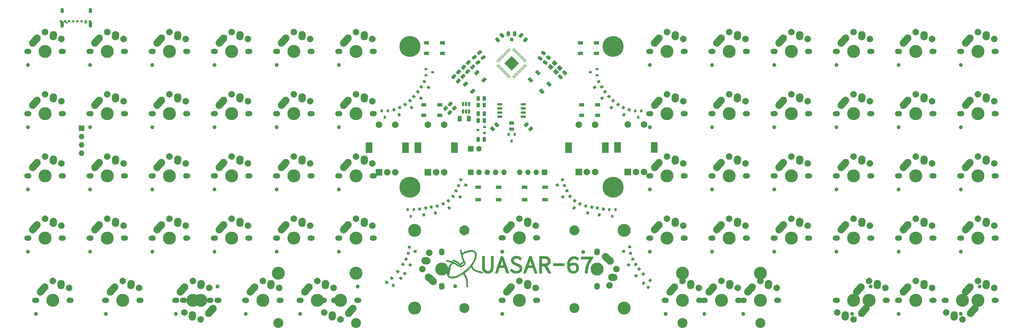
<source format=gbr>
%TF.GenerationSoftware,KiCad,Pcbnew,7.0.7*%
%TF.CreationDate,2023-09-28T00:00:25+02:00*%
%TF.ProjectId,32u4,33327534-2e6b-4696-9361-645f70636258,rev?*%
%TF.SameCoordinates,Original*%
%TF.FileFunction,Soldermask,Top*%
%TF.FilePolarity,Negative*%
%FSLAX46Y46*%
G04 Gerber Fmt 4.6, Leading zero omitted, Abs format (unit mm)*
G04 Created by KiCad (PCBNEW 7.0.7) date 2023-09-28 00:00:25*
%MOMM*%
%LPD*%
G01*
G04 APERTURE LIST*
G04 Aperture macros list*
%AMRoundRect*
0 Rectangle with rounded corners*
0 $1 Rounding radius*
0 $2 $3 $4 $5 $6 $7 $8 $9 X,Y pos of 4 corners*
0 Add a 4 corners polygon primitive as box body*
4,1,4,$2,$3,$4,$5,$6,$7,$8,$9,$2,$3,0*
0 Add four circle primitives for the rounded corners*
1,1,$1+$1,$2,$3*
1,1,$1+$1,$4,$5*
1,1,$1+$1,$6,$7*
1,1,$1+$1,$8,$9*
0 Add four rect primitives between the rounded corners*
20,1,$1+$1,$2,$3,$4,$5,0*
20,1,$1+$1,$4,$5,$6,$7,0*
20,1,$1+$1,$6,$7,$8,$9,0*
20,1,$1+$1,$8,$9,$2,$3,0*%
%AMHorizOval*
0 Thick line with rounded ends*
0 $1 width*
0 $2 $3 position (X,Y) of the first rounded end (center of the circle)*
0 $4 $5 position (X,Y) of the second rounded end (center of the circle)*
0 Add line between two ends*
20,1,$1,$2,$3,$4,$5,0*
0 Add two circle primitives to create the rounded ends*
1,1,$1,$2,$3*
1,1,$1,$4,$5*%
%AMRotRect*
0 Rectangle, with rotation*
0 The origin of the aperture is its center*
0 $1 length*
0 $2 width*
0 $3 Rotation angle, in degrees counterclockwise*
0 Add horizontal line*
21,1,$1,$2,0,0,$3*%
G04 Aperture macros list end*
%ADD10RotRect,0.900000X0.800000X250.000000*%
%ADD11RoundRect,0.250000X0.250000X0.475000X-0.250000X0.475000X-0.250000X-0.475000X0.250000X-0.475000X0*%
%ADD12RoundRect,0.250000X-0.512652X-0.159099X-0.159099X-0.512652X0.512652X0.159099X0.159099X0.512652X0*%
%ADD13R,0.900000X0.800000*%
%ADD14C,1.700000*%
%ADD15C,1.200000*%
%ADD16C,1.750000*%
%ADD17C,3.987800*%
%ADD18HorizOval,2.250000X0.019771X0.290016X-0.019771X-0.290016X0*%
%ADD19C,2.250000*%
%ADD20C,2.000000*%
%ADD21HorizOval,2.250000X0.654995X0.730004X-0.654995X-0.730004X0*%
%ADD22R,1.500000X1.000000*%
%ADD23RoundRect,0.050000X0.309359X-0.238649X-0.238649X0.309359X-0.309359X0.238649X0.238649X-0.309359X0*%
%ADD24RoundRect,0.050000X0.309359X0.238649X0.238649X0.309359X-0.309359X-0.238649X-0.238649X-0.309359X0*%
%ADD25RoundRect,0.144000X2.059095X0.000000X0.000000X2.059095X-2.059095X0.000000X0.000000X-2.059095X0*%
%ADD26RotRect,0.900000X0.800000X210.000000*%
%ADD27R,0.800000X0.900000*%
%ADD28RoundRect,0.250000X-0.159099X0.512652X-0.512652X0.159099X0.159099X-0.512652X0.512652X-0.159099X0*%
%ADD29C,0.800000*%
%ADD30C,6.400000*%
%ADD31RoundRect,0.250000X-0.503814X-0.132583X-0.132583X-0.503814X0.503814X0.132583X0.132583X0.503814X0*%
%ADD32R,1.700000X1.700000*%
%ADD33O,1.700000X1.700000*%
%ADD34RotRect,0.900000X0.800000X300.000000*%
%ADD35RoundRect,0.250000X-0.250000X-0.475000X0.250000X-0.475000X0.250000X0.475000X-0.250000X0.475000X0*%
%ADD36HorizOval,2.250000X-0.019771X-0.290016X0.019771X0.290016X0*%
%ADD37HorizOval,2.250000X-0.654995X-0.730004X0.654995X0.730004X0*%
%ADD38C,3.048000*%
%ADD39RoundRect,0.250000X0.512652X0.159099X0.159099X0.512652X-0.512652X-0.159099X-0.159099X-0.512652X0*%
%ADD40RotRect,0.900000X0.800000X310.000000*%
%ADD41RotRect,1.400000X1.200000X315.000000*%
%ADD42RotRect,0.900000X0.800000X230.000000*%
%ADD43RotRect,0.900000X0.800000X50.000000*%
%ADD44R,1.000000X1.000000*%
%ADD45RoundRect,0.250000X-0.262500X-0.450000X0.262500X-0.450000X0.262500X0.450000X-0.262500X0.450000X0*%
%ADD46R,1.700000X1.000000*%
%ADD47RotRect,0.900000X0.800000X350.000000*%
%ADD48RotRect,0.900000X0.800000X200.000000*%
%ADD49R,2.000000X2.000000*%
%ADD50R,2.000000X3.200000*%
%ADD51RotRect,0.900000X0.800000X330.000000*%
%ADD52RoundRect,0.150000X0.650000X0.150000X-0.650000X0.150000X-0.650000X-0.150000X0.650000X-0.150000X0*%
%ADD53RotRect,0.900000X0.800000X140.000000*%
%ADD54RoundRect,0.150000X-0.150000X0.512500X-0.150000X-0.512500X0.150000X-0.512500X0.150000X0.512500X0*%
%ADD55RotRect,0.900000X0.800000X220.000000*%
%ADD56RotRect,0.900000X0.800000X240.000000*%
%ADD57RotRect,0.900000X0.800000X280.000000*%
%ADD58RoundRect,0.250000X-0.475000X0.250000X-0.475000X-0.250000X0.475000X-0.250000X0.475000X0.250000X0*%
%ADD59RotRect,0.900000X0.800000X290.000000*%
%ADD60C,0.787400*%
%ADD61RotRect,0.900000X0.800000X260.000000*%
%ADD62RoundRect,0.250000X0.132583X-0.503814X0.503814X-0.132583X-0.132583X0.503814X-0.503814X0.132583X0*%
%ADD63RotRect,1.500000X1.000000X135.000000*%
%ADD64RotRect,0.900000X0.800000X190.000000*%
%ADD65HorizOval,2.250000X0.290016X-0.019771X-0.290016X0.019771X0*%
%ADD66HorizOval,2.250000X0.730004X-0.654995X-0.730004X0.654995X0*%
%ADD67RotRect,0.900000X0.800000X320.000000*%
%ADD68RotRect,1.500000X1.000000X45.000000*%
%ADD69RoundRect,0.250000X-0.375000X-0.625000X0.375000X-0.625000X0.375000X0.625000X-0.375000X0.625000X0*%
%ADD70RotRect,0.900000X0.800000X340.000000*%
%ADD71RoundRect,0.250000X0.218055X-0.473137X0.519182X-0.043082X-0.218055X0.473137X-0.519182X0.043082X0*%
%ADD72RoundRect,0.250000X0.532491X0.067661X0.245703X0.477237X-0.532491X-0.067661X-0.245703X-0.477237X0*%
%ADD73RoundRect,0.250000X-0.245703X0.477237X-0.532491X0.067661X0.245703X-0.477237X0.532491X-0.067661X0*%
%ADD74HorizOval,2.250000X-0.290016X0.019771X0.290016X-0.019771X0*%
%ADD75HorizOval,2.250000X-0.730004X0.654995X0.730004X-0.654995X0*%
%ADD76C,0.650000*%
%ADD77O,1.000000X1.600000*%
%ADD78O,1.000000X2.100000*%
G04 APERTURE END LIST*
%TO.C,G\u002A\u002A\u002A*%
G36*
X186073547Y-103744384D02*
G01*
X182570099Y-103744384D01*
X182570099Y-102931083D01*
X186073547Y-102931083D01*
X186073547Y-103744384D01*
G37*
G36*
X194894540Y-101132438D02*
G01*
X194885134Y-101264022D01*
X194848163Y-101390900D01*
X194770193Y-101539398D01*
X194637790Y-101735839D01*
X194471509Y-101961379D01*
X194001352Y-102671822D01*
X193652247Y-103393185D01*
X193420126Y-104135906D01*
X193300918Y-104910424D01*
X193295946Y-104976848D01*
X193274918Y-105254839D01*
X193251596Y-105522609D01*
X193230879Y-105724090D01*
X193230084Y-105730714D01*
X193197900Y-105996601D01*
X192763802Y-105996601D01*
X192535893Y-105993790D01*
X192405911Y-105979471D01*
X192346685Y-105944812D01*
X192331049Y-105880980D01*
X192330789Y-105855837D01*
X192344430Y-105597849D01*
X192378538Y-105258172D01*
X192427590Y-104877511D01*
X192486065Y-104496571D01*
X192548439Y-104156057D01*
X192582506Y-104000336D01*
X192698803Y-103608012D01*
X192867328Y-103164491D01*
X193068003Y-102715325D01*
X193280751Y-102306065D01*
X193449717Y-102032800D01*
X193557055Y-101870781D01*
X193627424Y-101753039D01*
X193643498Y-101715501D01*
X193584059Y-101704666D01*
X193418227Y-101695157D01*
X193164732Y-101687507D01*
X192842301Y-101682250D01*
X192469662Y-101679920D01*
X192392266Y-101679852D01*
X191141034Y-101679852D01*
X191141034Y-100866551D01*
X194894729Y-100866551D01*
X194894540Y-101132438D01*
G37*
G36*
X176900742Y-103287962D02*
G01*
X177091572Y-103832740D01*
X177268906Y-104341165D01*
X177428561Y-104801084D01*
X177566354Y-105200347D01*
X177678102Y-105526801D01*
X177759623Y-105768297D01*
X177806733Y-105912681D01*
X177816996Y-105949679D01*
X177758928Y-105972917D01*
X177607728Y-105989698D01*
X177395353Y-105996578D01*
X177381818Y-105996601D01*
X176948218Y-105996601D01*
X176679801Y-105183300D01*
X176411383Y-104370000D01*
X174885373Y-104370000D01*
X174785594Y-104635886D01*
X174718644Y-104821328D01*
X174629320Y-105078048D01*
X174534140Y-105358397D01*
X174509054Y-105433546D01*
X174332292Y-105965320D01*
X173884200Y-105983701D01*
X173665933Y-105990314D01*
X173506927Y-105990667D01*
X173438286Y-105984759D01*
X173437589Y-105983701D01*
X173458024Y-105922782D01*
X173515909Y-105755816D01*
X173607055Y-105494749D01*
X173727275Y-105151528D01*
X173872381Y-104738098D01*
X174038184Y-104266404D01*
X174220497Y-103748394D01*
X174304508Y-103509933D01*
X175187833Y-103509933D01*
X175245253Y-103532405D01*
X175397011Y-103548972D01*
X175612353Y-103556533D01*
X175651529Y-103556699D01*
X176115225Y-103556699D01*
X175888216Y-102869569D01*
X175796168Y-102604609D01*
X175714700Y-102395173D01*
X175652810Y-102262775D01*
X175619988Y-102228313D01*
X175585616Y-102302211D01*
X175524561Y-102463936D01*
X175447476Y-102681894D01*
X175365016Y-102924487D01*
X175287834Y-103160122D01*
X175226584Y-103357201D01*
X175191919Y-103484131D01*
X175187833Y-103509933D01*
X174304508Y-103509933D01*
X174365175Y-103337734D01*
X175291282Y-100710147D01*
X175637096Y-100691657D01*
X175982909Y-100673166D01*
X176900742Y-103287962D01*
G37*
G36*
X161686079Y-102599870D02*
G01*
X161691964Y-103142978D01*
X161697991Y-103575854D01*
X161705255Y-103913387D01*
X161714851Y-104170464D01*
X161727873Y-104361974D01*
X161745416Y-104502804D01*
X161768574Y-104607842D01*
X161798444Y-104691976D01*
X161836118Y-104770095D01*
X161847190Y-104791001D01*
X162028018Y-105040065D01*
X162258222Y-105185571D01*
X162556643Y-105236940D01*
X162727541Y-105231101D01*
X162950757Y-105200361D01*
X163100949Y-105139229D01*
X163229955Y-105025422D01*
X163245220Y-105008572D01*
X163378403Y-104817042D01*
X163476560Y-104603184D01*
X163484607Y-104576659D01*
X163503919Y-104442467D01*
X163520510Y-104196804D01*
X163533944Y-103853303D01*
X163543781Y-103425596D01*
X163549586Y-102927315D01*
X163551030Y-102508793D01*
X163551379Y-100678867D01*
X164437970Y-100678867D01*
X164412872Y-102633916D01*
X164403716Y-103245472D01*
X164391890Y-103746529D01*
X164374989Y-104151714D01*
X164350608Y-104475649D01*
X164316342Y-104732961D01*
X164269787Y-104938274D01*
X164208537Y-105106212D01*
X164130187Y-105251400D01*
X164032333Y-105388464D01*
X163941886Y-105498012D01*
X163681828Y-105749499D01*
X163393191Y-105914548D01*
X163044900Y-106006716D01*
X162706798Y-106036927D01*
X162447638Y-106039581D01*
X162219456Y-106029500D01*
X162065452Y-106008828D01*
X162049496Y-106004329D01*
X161657511Y-105826981D01*
X161348222Y-105574015D01*
X161115449Y-105236564D01*
X160953010Y-104805762D01*
X160857228Y-104293858D01*
X160840058Y-104080981D01*
X160826228Y-103768459D01*
X160816294Y-103381739D01*
X160810813Y-102946269D01*
X160810342Y-102487496D01*
X160812323Y-102242906D01*
X160829951Y-100710147D01*
X161248148Y-100691742D01*
X161666346Y-100673336D01*
X161686079Y-102599870D01*
G37*
G36*
X167393602Y-100944753D02*
G01*
X167480098Y-101181188D01*
X167592924Y-101495448D01*
X167726911Y-101872635D01*
X167876889Y-102297854D01*
X168037690Y-102756208D01*
X168204142Y-103232801D01*
X168371078Y-103712735D01*
X168533328Y-104181115D01*
X168685722Y-104623043D01*
X168823090Y-105023624D01*
X168940264Y-105367960D01*
X169032073Y-105641156D01*
X169093349Y-105828314D01*
X169118922Y-105914538D01*
X169119360Y-105917783D01*
X169072958Y-105964124D01*
X168925642Y-105989541D01*
X168697069Y-105996398D01*
X168274778Y-105996195D01*
X167994927Y-105183097D01*
X167715075Y-104370000D01*
X166192013Y-104370000D01*
X165919602Y-105167660D01*
X165647192Y-105965320D01*
X165224901Y-105983819D01*
X164985766Y-105987502D01*
X164851612Y-105970573D01*
X164803571Y-105930209D01*
X164802611Y-105920710D01*
X164822557Y-105850070D01*
X164878930Y-105676409D01*
X164966529Y-105414703D01*
X165080154Y-105079926D01*
X165214605Y-104687054D01*
X165364681Y-104251061D01*
X165525182Y-103786923D01*
X165624444Y-103501041D01*
X166512617Y-103501041D01*
X166553538Y-103534796D01*
X166665162Y-103551304D01*
X166870820Y-103556474D01*
X166963463Y-103556699D01*
X167217631Y-103551144D01*
X167363099Y-103532629D01*
X167415876Y-103498375D01*
X167414203Y-103478497D01*
X167383553Y-103389508D01*
X167323568Y-103209817D01*
X167243640Y-102967701D01*
X167174269Y-102756075D01*
X166963715Y-102111855D01*
X166759257Y-102721707D01*
X166669514Y-102989955D01*
X166592123Y-103222317D01*
X166537466Y-103387565D01*
X166519070Y-103444129D01*
X166512617Y-103501041D01*
X165624444Y-103501041D01*
X165690909Y-103309615D01*
X165856660Y-102834112D01*
X166017235Y-102375389D01*
X166167435Y-101948421D01*
X166302059Y-101568184D01*
X166415907Y-101249652D01*
X166503779Y-101007800D01*
X166560473Y-100857604D01*
X166563140Y-100850911D01*
X166615491Y-100749926D01*
X166692934Y-100698687D01*
X166833971Y-100680644D01*
X166963401Y-100678867D01*
X167294725Y-100678867D01*
X167393602Y-100944753D01*
G37*
G36*
X179535862Y-100714074D02*
G01*
X179946008Y-100716717D01*
X180253586Y-100722884D01*
X180481143Y-100734840D01*
X180651228Y-100754848D01*
X180786390Y-100785172D01*
X180909176Y-100828076D01*
X180983064Y-100859378D01*
X181348039Y-101073376D01*
X181609054Y-101351624D01*
X181770474Y-101701181D01*
X181836666Y-102129107D01*
X181838871Y-102243084D01*
X181812108Y-102588510D01*
X181728415Y-102861864D01*
X181707927Y-102904248D01*
X181592303Y-103084095D01*
X181433627Y-103273224D01*
X181260181Y-103443922D01*
X181100246Y-103568473D01*
X180982104Y-103619161D01*
X180978290Y-103619261D01*
X180871927Y-103657348D01*
X180849763Y-103681648D01*
X180868434Y-103752125D01*
X180942972Y-103912390D01*
X181064352Y-104145249D01*
X181223552Y-104433508D01*
X181411550Y-104759972D01*
X181448893Y-104823397D01*
X181644681Y-105154892D01*
X181818802Y-105449891D01*
X181961199Y-105691341D01*
X182061816Y-105862190D01*
X182110597Y-105945384D01*
X182113066Y-105949679D01*
X182068425Y-105971464D01*
X181926369Y-105987871D01*
X181714581Y-105996127D01*
X181644666Y-105996601D01*
X181149781Y-105996601D01*
X180509108Y-104901773D01*
X179868436Y-103806945D01*
X179254335Y-103806945D01*
X179254335Y-105996601D01*
X178845721Y-105996601D01*
X178582027Y-105984076D01*
X178435580Y-105946944D01*
X178407075Y-105918338D01*
X178400969Y-105840632D01*
X178396065Y-105651426D01*
X178392432Y-105364337D01*
X178390142Y-104992983D01*
X178389265Y-104550980D01*
X178389871Y-104051947D01*
X178392031Y-103509501D01*
X178393398Y-103275111D01*
X178404860Y-101477614D01*
X179254335Y-101477614D01*
X179254335Y-102993645D01*
X179739187Y-102993296D01*
X180008232Y-102984953D01*
X180258910Y-102963334D01*
X180439554Y-102932997D01*
X180447651Y-102930830D01*
X180713153Y-102799156D01*
X180895163Y-102588181D01*
X180981768Y-102321228D01*
X180961056Y-102021621D01*
X180943210Y-101960508D01*
X180857481Y-101788346D01*
X180719204Y-101664175D01*
X180509957Y-101580199D01*
X180211316Y-101528624D01*
X179864310Y-101504040D01*
X179254335Y-101477614D01*
X178404860Y-101477614D01*
X178409754Y-100710147D01*
X179535862Y-100714074D01*
G37*
G36*
X171679409Y-100652284D02*
G01*
X172063780Y-100722300D01*
X172310000Y-100811509D01*
X172551675Y-100944708D01*
X172790873Y-101104827D01*
X172902116Y-101193446D01*
X173150144Y-101411461D01*
X172604700Y-102062933D01*
X172379148Y-101842794D01*
X172089417Y-101629739D01*
X171746493Y-101484597D01*
X171403339Y-101429632D01*
X171396258Y-101429606D01*
X171175066Y-101457589D01*
X170943776Y-101529732D01*
X170745910Y-101628329D01*
X170624993Y-101735672D01*
X170619012Y-101745824D01*
X170562927Y-101956892D01*
X170581790Y-102189461D01*
X170648425Y-102343771D01*
X170735348Y-102413702D01*
X170914789Y-102520674D01*
X171164240Y-102652491D01*
X171461193Y-102796953D01*
X171615817Y-102868028D01*
X171942359Y-103020877D01*
X172246483Y-103173434D01*
X172500979Y-103311325D01*
X172678636Y-103420176D01*
X172722417Y-103452634D01*
X172979523Y-103742741D01*
X173134086Y-104103087D01*
X173184488Y-104512773D01*
X173137912Y-104938282D01*
X172990734Y-105295362D01*
X172737057Y-105593419D01*
X172370982Y-105841860D01*
X172341281Y-105857488D01*
X172020184Y-105972916D01*
X171627032Y-106037402D01*
X171204946Y-106048892D01*
X170797048Y-106005330D01*
X170548869Y-105942911D01*
X170296410Y-105838827D01*
X170033476Y-105696123D01*
X169784707Y-105532614D01*
X169574742Y-105366117D01*
X169428218Y-105214446D01*
X169369775Y-105095418D01*
X169369606Y-105090211D01*
X169411302Y-105012751D01*
X169519453Y-104881743D01*
X169638669Y-104757602D01*
X169907731Y-104493537D01*
X170092240Y-104687596D01*
X170417051Y-104952620D01*
X170797417Y-105138746D01*
X171202191Y-105237023D01*
X171600227Y-105238498D01*
X171829690Y-105186963D01*
X172055879Y-105066319D01*
X172240492Y-104884424D01*
X172352742Y-104676964D01*
X172372562Y-104557684D01*
X172345866Y-104396101D01*
X172257293Y-104245906D01*
X172094109Y-104096815D01*
X171843584Y-103938543D01*
X171492986Y-103760806D01*
X171246869Y-103648348D01*
X170926271Y-103498139D01*
X170624259Y-103343036D01*
X170371073Y-103199475D01*
X170196949Y-103083893D01*
X170173381Y-103064820D01*
X169903180Y-102761422D01*
X169742072Y-102421441D01*
X169686906Y-102063587D01*
X169734531Y-101706569D01*
X169881795Y-101369096D01*
X170125549Y-101069876D01*
X170462641Y-100827618D01*
X170558276Y-100779474D01*
X170881456Y-100680044D01*
X171270234Y-100637923D01*
X171679409Y-100652284D01*
G37*
G36*
X189043906Y-100775348D02*
G01*
X189487965Y-100810453D01*
X189858772Y-100919154D01*
X190192465Y-101114308D01*
X190345351Y-101238316D01*
X190575576Y-101440456D01*
X190058938Y-102040236D01*
X189786972Y-101832639D01*
X189449484Y-101644350D01*
X189098492Y-101570037D01*
X188753365Y-101602948D01*
X188433473Y-101736333D01*
X188158187Y-101963440D01*
X187946878Y-102277518D01*
X187858938Y-102504633D01*
X187790683Y-102746859D01*
X187769476Y-102886102D01*
X187804182Y-102938535D01*
X187903664Y-102920329D01*
X188052781Y-102858297D01*
X188474031Y-102728994D01*
X188920089Y-102691368D01*
X189357791Y-102742959D01*
X189753971Y-102881306D01*
X189949858Y-102999022D01*
X190143582Y-103182230D01*
X190321357Y-103422834D01*
X190370353Y-103509192D01*
X190462071Y-103707917D01*
X190514201Y-103893635D01*
X190537035Y-104116336D01*
X190541126Y-104338719D01*
X190496889Y-104809514D01*
X190359493Y-105200612D01*
X190122920Y-105522106D01*
X189781153Y-105784086D01*
X189630438Y-105866158D01*
X189183274Y-106021758D01*
X188714015Y-106060053D01*
X188246866Y-105979980D01*
X188111296Y-105932930D01*
X187875235Y-105811967D01*
X187639633Y-105647354D01*
X187558581Y-105576127D01*
X187281023Y-105247069D01*
X187081637Y-104865058D01*
X186954842Y-104413531D01*
X186908044Y-103992727D01*
X187710992Y-103992727D01*
X187789283Y-104329525D01*
X187915642Y-104704498D01*
X188103121Y-104978930D01*
X188364316Y-105167612D01*
X188572356Y-105249101D01*
X188732460Y-105291402D01*
X188857032Y-105296592D01*
X189012765Y-105264250D01*
X189080059Y-105245909D01*
X189271476Y-105157925D01*
X189457678Y-105020407D01*
X189486709Y-104991903D01*
X189582542Y-104881335D01*
X189637797Y-104773540D01*
X189663494Y-104629265D01*
X189670653Y-104409255D01*
X189670837Y-104336033D01*
X189666463Y-104089571D01*
X189646546Y-103930204D01*
X189600899Y-103820018D01*
X189519332Y-103721097D01*
X189500441Y-103701955D01*
X189378852Y-103601862D01*
X189237249Y-103544161D01*
X189031241Y-103513576D01*
X188931529Y-103506183D01*
X188638038Y-103506814D01*
X188390105Y-103560802D01*
X188142823Y-103683011D01*
X187908895Y-103844660D01*
X187710992Y-103992727D01*
X186908044Y-103992727D01*
X186895054Y-103875925D01*
X186888515Y-103587980D01*
X186928277Y-102905903D01*
X187047757Y-102319070D01*
X187247880Y-101825525D01*
X187529574Y-101423312D01*
X187893764Y-101110476D01*
X188124650Y-100978218D01*
X188360171Y-100870106D01*
X188553613Y-100808356D01*
X188760070Y-100780808D01*
X189034639Y-100775303D01*
X189043906Y-100775348D01*
G37*
G36*
X154407907Y-98733822D02*
G01*
X154461040Y-98783109D01*
X154532094Y-98902307D01*
X154604920Y-99100963D01*
X154660451Y-99321228D01*
X154744477Y-99743964D01*
X155005301Y-99591111D01*
X155458169Y-99357388D01*
X155954805Y-99155271D01*
X156465429Y-98993072D01*
X156960256Y-98879104D01*
X157409505Y-98821680D01*
X157749548Y-98825142D01*
X158218885Y-98922511D01*
X158600151Y-99103301D01*
X158892727Y-99361449D01*
X159095995Y-99690888D01*
X159209337Y-100085555D01*
X159232134Y-100539384D01*
X159163769Y-101046312D01*
X159003622Y-101600273D01*
X158751076Y-102195203D01*
X158405513Y-102825038D01*
X158191528Y-103160332D01*
X157850267Y-103671108D01*
X157988421Y-103942352D01*
X158171028Y-104260084D01*
X158373742Y-104519570D01*
X158614419Y-104731648D01*
X158910917Y-104907152D01*
X159281092Y-105056919D01*
X159742800Y-105191785D01*
X160235616Y-105306022D01*
X160521942Y-105372576D01*
X160774387Y-105441011D01*
X160960090Y-105501885D01*
X161033276Y-105535255D01*
X161150864Y-105665368D01*
X161160526Y-105816266D01*
X161076773Y-105936881D01*
X161018424Y-105964954D01*
X160921784Y-105971841D01*
X160767575Y-105955151D01*
X160536516Y-105912494D01*
X160209329Y-105841480D01*
X160091428Y-105814719D01*
X159454007Y-105649229D01*
X158926700Y-105465769D01*
X158494864Y-105255909D01*
X158143853Y-105011216D01*
X157859023Y-104723261D01*
X157635858Y-104401033D01*
X157470159Y-104118290D01*
X157071793Y-104548562D01*
X156926692Y-104696584D01*
X156728053Y-104887540D01*
X156496402Y-105103017D01*
X156252263Y-105324604D01*
X156016163Y-105533890D01*
X155808626Y-105712465D01*
X155650179Y-105841917D01*
X155561347Y-105903835D01*
X155560379Y-105904277D01*
X155581425Y-105959132D01*
X155649164Y-106104934D01*
X155753719Y-106321025D01*
X155885209Y-106586748D01*
X155920608Y-106657469D01*
X156158563Y-107160929D01*
X156330173Y-107603966D01*
X156444867Y-108025727D01*
X156512076Y-108465357D01*
X156541229Y-108962003D01*
X156544483Y-109247298D01*
X156539136Y-109657239D01*
X156522856Y-109946942D01*
X156495284Y-110120842D01*
X156469409Y-110175714D01*
X156352437Y-110236084D01*
X156210684Y-110246324D01*
X156101126Y-110206886D01*
X156077357Y-110172586D01*
X156066694Y-110085118D01*
X156054247Y-109896648D01*
X156041280Y-109631259D01*
X156029055Y-109313036D01*
X156024041Y-109155960D01*
X156001270Y-108654931D01*
X155965612Y-108265891D01*
X155915731Y-107976239D01*
X155887812Y-107873448D01*
X155803234Y-107641108D01*
X155682899Y-107356473D01*
X155543247Y-107053943D01*
X155400716Y-106767918D01*
X155271747Y-106532800D01*
X155179717Y-106391681D01*
X155074286Y-106256256D01*
X154573793Y-106563130D01*
X153850434Y-106959204D01*
X153142082Y-107253298D01*
X152460245Y-107441535D01*
X151816431Y-107520037D01*
X151727241Y-107522078D01*
X151434256Y-107518220D01*
X151217046Y-107494097D01*
X151026786Y-107440881D01*
X150840077Y-107361673D01*
X150489151Y-107135915D01*
X150231647Y-106833573D01*
X150067873Y-106461649D01*
X150051162Y-106357520D01*
X150601133Y-106357520D01*
X150638776Y-106451804D01*
X150729664Y-106590167D01*
X150840731Y-106726096D01*
X150911070Y-106793528D01*
X151157374Y-106918533D01*
X151493414Y-106980214D01*
X151900461Y-106977628D01*
X152359787Y-106909835D01*
X152514894Y-106874180D01*
X153167301Y-106659954D01*
X153844792Y-106343149D01*
X154532245Y-105937641D01*
X155214540Y-105457307D01*
X155876557Y-104916025D01*
X156503176Y-104327670D01*
X157079275Y-103706120D01*
X157589735Y-103065252D01*
X158019435Y-102418943D01*
X158353255Y-101781069D01*
X158515018Y-101367507D01*
X158628745Y-100935383D01*
X158679104Y-100527719D01*
X158665259Y-100170203D01*
X158586372Y-99888523D01*
X158564572Y-99846760D01*
X158359386Y-99609907D01*
X158068325Y-99454847D01*
X157699995Y-99381340D01*
X157263001Y-99389147D01*
X156765950Y-99478029D01*
X156217446Y-99647747D01*
X155626095Y-99898061D01*
X155559138Y-99930340D01*
X155258548Y-100083038D01*
X155060682Y-100199452D01*
X154951731Y-100288867D01*
X154917888Y-100360568D01*
X154917882Y-100361528D01*
X154941510Y-100509401D01*
X155005712Y-100743360D01*
X155100464Y-101035052D01*
X155215744Y-101356126D01*
X155341529Y-101678230D01*
X155467794Y-101973012D01*
X155545492Y-102136772D01*
X155657765Y-102374130D01*
X155743594Y-102580417D01*
X155789538Y-102722284D01*
X155793744Y-102752652D01*
X155739102Y-103007762D01*
X155590974Y-103283910D01*
X155373055Y-103558272D01*
X155109041Y-103808019D01*
X154822627Y-104010325D01*
X154537508Y-104142364D01*
X154309678Y-104182315D01*
X154182184Y-104150476D01*
X153974544Y-104062678D01*
X153711943Y-103930500D01*
X153478657Y-103800259D01*
X153163081Y-103619998D01*
X153159381Y-103617946D01*
X154302366Y-103617946D01*
X154315192Y-103683947D01*
X154421775Y-103670997D01*
X154617499Y-103574065D01*
X154768383Y-103478497D01*
X154935195Y-103348244D01*
X155097617Y-103191949D01*
X155233254Y-103035642D01*
X155319712Y-102905354D01*
X155334597Y-102827116D01*
X155331767Y-102823622D01*
X155248868Y-102821319D01*
X155100626Y-102884165D01*
X154916000Y-102995076D01*
X154723951Y-103136965D01*
X154576449Y-103269224D01*
X154387913Y-103478027D01*
X154302366Y-103617946D01*
X153159381Y-103617946D01*
X152829412Y-103434933D01*
X152523784Y-103270396D01*
X152346785Y-103178756D01*
X151871501Y-102939309D01*
X151447712Y-103576452D01*
X151270913Y-103846414D01*
X151158805Y-104030710D01*
X151103743Y-104145766D01*
X151098077Y-104208009D01*
X151134161Y-104233863D01*
X151140976Y-104235309D01*
X151245414Y-104266495D01*
X151295814Y-104326351D01*
X151292939Y-104437623D01*
X151237553Y-104623055D01*
X151160850Y-104827473D01*
X150993766Y-105312031D01*
X150903625Y-105706014D01*
X150890990Y-106006546D01*
X150909884Y-106107578D01*
X150935472Y-106294254D01*
X150892738Y-106402772D01*
X150792082Y-106417133D01*
X150728165Y-106387080D01*
X150632328Y-106344667D01*
X150601133Y-106357520D01*
X150051162Y-106357520D01*
X150013319Y-106121724D01*
X150548450Y-106121724D01*
X150558281Y-106210538D01*
X150580005Y-106199926D01*
X150588268Y-106071841D01*
X150580005Y-106043522D01*
X150557170Y-106035663D01*
X150548450Y-106121724D01*
X150013319Y-106121724D01*
X149998139Y-106027141D01*
X150016956Y-105652512D01*
X150550768Y-105652512D01*
X150557530Y-105759356D01*
X150577115Y-105768763D01*
X150579608Y-105763185D01*
X150591984Y-105638989D01*
X150581926Y-105575501D01*
X150562012Y-105549988D01*
X150551180Y-105633084D01*
X150550768Y-105652512D01*
X150016956Y-105652512D01*
X150022755Y-105537049D01*
X150067606Y-105334491D01*
X150606072Y-105334491D01*
X150617574Y-105415634D01*
X150638931Y-105416603D01*
X150653865Y-105332871D01*
X150643870Y-105296693D01*
X150616090Y-105272996D01*
X150606072Y-105334491D01*
X150067606Y-105334491D01*
X150114935Y-105120739D01*
X150663695Y-105120739D01*
X150686585Y-105172234D01*
X150705402Y-105162446D01*
X150712890Y-105088200D01*
X150705402Y-105079031D01*
X150668210Y-105087619D01*
X150663695Y-105120739D01*
X150114935Y-105120739D01*
X150142030Y-104998373D01*
X150166147Y-104933054D01*
X150726256Y-104933054D01*
X150749146Y-104984549D01*
X150767964Y-104974762D01*
X150775451Y-104900516D01*
X150767964Y-104891346D01*
X150730771Y-104899934D01*
X150726256Y-104933054D01*
X150166147Y-104933054D01*
X150223895Y-104776650D01*
X150790734Y-104776650D01*
X150816550Y-104787841D01*
X150851379Y-104745369D01*
X150904318Y-104631318D01*
X150912025Y-104588965D01*
X150886209Y-104577774D01*
X150851379Y-104620246D01*
X150798441Y-104734297D01*
X150790734Y-104776650D01*
X150223895Y-104776650D01*
X150339390Y-104463842D01*
X150913941Y-104463842D01*
X150945222Y-104495123D01*
X150976502Y-104463842D01*
X150945222Y-104432561D01*
X150913941Y-104463842D01*
X150339390Y-104463842D01*
X150356274Y-104418112D01*
X150396241Y-104338719D01*
X150976502Y-104338719D01*
X151007783Y-104370000D01*
X151039064Y-104338719D01*
X151007783Y-104307438D01*
X150976502Y-104338719D01*
X150396241Y-104338719D01*
X150665795Y-103803266D01*
X150681529Y-103775665D01*
X150836488Y-103515842D01*
X151003570Y-103252241D01*
X151147118Y-103041080D01*
X151149614Y-103037626D01*
X151261370Y-102875368D01*
X151330924Y-102758860D01*
X151343718Y-102718240D01*
X151234946Y-102665506D01*
X151040585Y-102602735D01*
X150798591Y-102539716D01*
X150546919Y-102486238D01*
X150323522Y-102452091D01*
X150304131Y-102450109D01*
X150034514Y-102408871D01*
X149872308Y-102340791D01*
X149800754Y-102234448D01*
X149798670Y-102105586D01*
X149817540Y-102032026D01*
X149866523Y-101988946D01*
X149973089Y-101968266D01*
X150164706Y-101961907D01*
X150288325Y-101961566D01*
X150792476Y-102004017D01*
X151226749Y-102113967D01*
X151453571Y-102198970D01*
X151756682Y-102328592D01*
X152108970Y-102489581D01*
X152483323Y-102668683D01*
X152852630Y-102852646D01*
X153189778Y-103028218D01*
X153467656Y-103182145D01*
X153659152Y-103301175D01*
X153667434Y-103307011D01*
X153804501Y-103392965D01*
X153882031Y-103402248D01*
X153921761Y-103362240D01*
X153931090Y-103288432D01*
X153838229Y-103253280D01*
X153705752Y-103199135D01*
X153542622Y-103090490D01*
X153492512Y-103049028D01*
X153318061Y-102922096D01*
X153063796Y-102768952D01*
X152766439Y-102608929D01*
X152462716Y-102461359D01*
X152189351Y-102345574D01*
X152087842Y-102309580D01*
X151898375Y-102233132D01*
X151811054Y-102145166D01*
X151804130Y-102016668D01*
X151818339Y-101950041D01*
X151854321Y-101851791D01*
X151921685Y-101811243D01*
X152059217Y-101812640D01*
X152136617Y-101820742D01*
X152363491Y-101872061D01*
X152638964Y-101973463D01*
X152941176Y-102112147D01*
X153248269Y-102275316D01*
X153538384Y-102450170D01*
X153789662Y-102623910D01*
X153980243Y-102783738D01*
X154088269Y-102916853D01*
X154104581Y-102973037D01*
X154145114Y-102988787D01*
X154260680Y-102917335D01*
X154424937Y-102779775D01*
X154610303Y-102626841D01*
X154781189Y-102509070D01*
X154894148Y-102454387D01*
X155007412Y-102414531D01*
X155043005Y-102384644D01*
X155021194Y-102316335D01*
X154962500Y-102158766D01*
X154877032Y-101938638D01*
X154815469Y-101783554D01*
X154718647Y-101516996D01*
X154608821Y-101174918D01*
X154493426Y-100785059D01*
X154379898Y-100375159D01*
X154275674Y-99972955D01*
X154188189Y-99606188D01*
X154124879Y-99302595D01*
X154093180Y-99089915D01*
X154093082Y-99088755D01*
X154097183Y-98909715D01*
X154159655Y-98799171D01*
X154209478Y-98759870D01*
X154321520Y-98702360D01*
X154407907Y-98733822D01*
G37*
%TD*%
D10*
%TO.C,D1819*%
X205884728Y-55885227D03*
X204099312Y-55235388D03*
X204307980Y-57439693D03*
%TD*%
D11*
%TO.C,C4*%
X161550000Y-59190000D03*
X159650000Y-59190000D03*
%TD*%
D12*
%TO.C,C8*%
X172818249Y-33118249D03*
X174161751Y-34461751D03*
%TD*%
D13*
%TO.C,D407*%
X143670000Y-43430000D03*
X143670000Y-45330000D03*
X145670000Y-44380000D03*
%TD*%
D14*
%TO.C,SW14*%
X97700000Y-57050000D03*
D15*
X97980000Y-61250000D03*
D16*
X98120000Y-57050000D03*
D17*
X103200000Y-57050000D03*
D16*
X108280000Y-57050000D03*
D14*
X108700000Y-57050000D03*
D18*
X105719771Y-52259984D03*
D19*
X105740000Y-51970000D03*
D20*
X108200000Y-53250000D03*
D21*
X100044995Y-53779996D03*
D19*
X100700000Y-53050000D03*
D20*
X103200000Y-51150000D03*
%TD*%
D14*
%TO.C,SW35*%
X116750000Y-95150000D03*
D15*
X117030000Y-99350000D03*
D16*
X117170000Y-95150000D03*
D17*
X122250000Y-95150000D03*
D16*
X127330000Y-95150000D03*
D14*
X127750000Y-95150000D03*
D18*
X124769771Y-90359984D03*
D19*
X124790000Y-90070000D03*
D20*
X127250000Y-91350000D03*
D21*
X119094995Y-91879996D03*
D19*
X119750000Y-91150000D03*
D20*
X122250000Y-89250000D03*
%TD*%
D14*
%TO.C,SW15*%
X116750000Y-57050000D03*
D15*
X117030000Y-61250000D03*
D16*
X117170000Y-57050000D03*
D17*
X122250000Y-57050000D03*
D16*
X127330000Y-57050000D03*
D14*
X127750000Y-57050000D03*
D18*
X124769771Y-52259984D03*
D19*
X124790000Y-51970000D03*
D20*
X127250000Y-53250000D03*
D21*
X119094995Y-53779996D03*
D19*
X119750000Y-53050000D03*
D20*
X122250000Y-51150000D03*
%TD*%
D22*
%TO.C,DLED2*%
X190960000Y-35450000D03*
X190960000Y-38650000D03*
X195860000Y-38650000D03*
X195860000Y-35450000D03*
%TD*%
D14*
%TO.C,SW31*%
X40550000Y-95150000D03*
D15*
X40830000Y-99350000D03*
D16*
X40970000Y-95150000D03*
D17*
X46050000Y-95150000D03*
D16*
X51130000Y-95150000D03*
D14*
X51550000Y-95150000D03*
D18*
X48569771Y-90359984D03*
D19*
X48590000Y-90070000D03*
D20*
X51050000Y-91350000D03*
D21*
X42894995Y-91879996D03*
D19*
X43550000Y-91150000D03*
D20*
X46050000Y-89250000D03*
%TD*%
D23*
%TO.C,U3*%
X170482202Y-45917596D03*
X170765045Y-45634753D03*
X171047887Y-45351911D03*
X171330730Y-45069068D03*
X171613573Y-44786225D03*
X171896415Y-44503383D03*
X172179258Y-44220540D03*
X172462101Y-43937697D03*
X172744944Y-43654854D03*
X173027786Y-43372012D03*
X173310629Y-43089169D03*
X173593472Y-42806326D03*
X173876314Y-42523484D03*
X174159157Y-42240641D03*
D24*
X174159157Y-41056237D03*
X173876314Y-40773394D03*
X173593472Y-40490552D03*
X173310629Y-40207709D03*
X173027786Y-39924866D03*
X172744944Y-39642024D03*
X172462101Y-39359181D03*
X172179258Y-39076338D03*
X171896415Y-38793495D03*
X171613573Y-38510653D03*
X171330730Y-38227810D03*
X171047887Y-37944967D03*
X170765045Y-37662125D03*
X170482202Y-37379282D03*
D23*
X169297798Y-37379282D03*
X169014955Y-37662125D03*
X168732113Y-37944967D03*
X168449270Y-38227810D03*
X168166427Y-38510653D03*
X167883585Y-38793495D03*
X167600742Y-39076338D03*
X167317899Y-39359181D03*
X167035056Y-39642024D03*
X166752214Y-39924866D03*
X166469371Y-40207709D03*
X166186528Y-40490552D03*
X165903686Y-40773394D03*
X165620843Y-41056237D03*
D24*
X165620843Y-42240641D03*
X165903686Y-42523484D03*
X166186528Y-42806326D03*
X166469371Y-43089169D03*
X166752214Y-43372012D03*
X167035056Y-43654854D03*
X167317899Y-43937697D03*
X167600742Y-44220540D03*
X167883585Y-44503383D03*
X168166427Y-44786225D03*
X168449270Y-45069068D03*
X168732113Y-45351911D03*
X169014955Y-45634753D03*
X169297798Y-45917596D03*
D25*
X169890000Y-41648439D03*
%TD*%
D14*
%TO.C,SW25*%
X116750000Y-76100000D03*
D15*
X117030000Y-80300000D03*
D16*
X117170000Y-76100000D03*
D17*
X122250000Y-76100000D03*
D16*
X127330000Y-76100000D03*
D14*
X127750000Y-76100000D03*
D18*
X124769771Y-71309984D03*
D19*
X124790000Y-71020000D03*
D20*
X127250000Y-72300000D03*
D21*
X119094995Y-72829996D03*
D19*
X119750000Y-72100000D03*
D20*
X122250000Y-70200000D03*
%TD*%
D26*
%TO.C,D2*%
X207951025Y-103252724D03*
X207001025Y-101607276D03*
X205743975Y-103430000D03*
%TD*%
D27*
%TO.C,D3435*%
X139960000Y-86470000D03*
X138060000Y-86470000D03*
X139010000Y-88470000D03*
%TD*%
%TO.C,D1617*%
X209640000Y-56210000D03*
X207740000Y-56210000D03*
X208690000Y-58210000D03*
%TD*%
D28*
%TO.C,C2*%
X186151751Y-44518249D03*
X184808249Y-45861751D03*
%TD*%
D14*
%TO.C,SW1.1*%
X40550000Y-57050000D03*
D15*
X40830000Y-61250000D03*
D16*
X40970000Y-57050000D03*
D17*
X46050000Y-57050000D03*
D16*
X51130000Y-57050000D03*
D14*
X51550000Y-57050000D03*
D18*
X48569771Y-52259984D03*
D19*
X48590000Y-51970000D03*
D20*
X51050000Y-53250000D03*
D21*
X42894995Y-53779996D03*
D19*
X43550000Y-53050000D03*
D20*
X46050000Y-51150000D03*
%TD*%
D29*
%TO.C,REF\u002A\u002A*%
X136330000Y-79610000D03*
X137032944Y-77912944D03*
X137032944Y-81307056D03*
X138730000Y-77210000D03*
D30*
X138730000Y-79610000D03*
D29*
X138730000Y-82010000D03*
X140427056Y-77912944D03*
X140427056Y-81307056D03*
X141130000Y-79610000D03*
%TD*%
D31*
%TO.C,R7*%
X151074765Y-54104765D03*
X152365235Y-55395235D03*
%TD*%
D32*
%TO.C,J1*%
X157370000Y-75055000D03*
D33*
X159910000Y-75055000D03*
X162450000Y-75055000D03*
X164990000Y-75055000D03*
X167530000Y-75055000D03*
%TD*%
D14*
%TO.C,SW47*%
X216762500Y-114200000D03*
D15*
X217042500Y-118400000D03*
D16*
X217182500Y-114200000D03*
D17*
X222262500Y-114200000D03*
D16*
X227342500Y-114200000D03*
D14*
X227762500Y-114200000D03*
D18*
X224782271Y-109409984D03*
D19*
X224802500Y-109120000D03*
D20*
X227262500Y-110400000D03*
D21*
X219107495Y-110929996D03*
D19*
X219762500Y-110200000D03*
D20*
X222262500Y-108300000D03*
%TD*%
D34*
%TO.C,D2021*%
X150552724Y-83778975D03*
X148907276Y-84728975D03*
X150730000Y-85986025D03*
%TD*%
D14*
%TO.C,SW2*%
X59600000Y-38000000D03*
D15*
X59880000Y-42200000D03*
D16*
X60020000Y-38000000D03*
D17*
X65100000Y-38000000D03*
D16*
X70180000Y-38000000D03*
D14*
X70600000Y-38000000D03*
D18*
X67619771Y-33209984D03*
D19*
X67640000Y-32920000D03*
D20*
X70100000Y-34200000D03*
D21*
X61944995Y-34729996D03*
D19*
X62600000Y-34000000D03*
D20*
X65100000Y-32100000D03*
%TD*%
D35*
%TO.C,C7*%
X168920000Y-32620000D03*
X170820000Y-32620000D03*
%TD*%
D14*
%TO.C,SW12*%
X80125000Y-114200000D03*
D15*
X79845000Y-110000000D03*
D16*
X79705000Y-114200000D03*
D17*
X74625000Y-114200000D03*
D16*
X69545000Y-114200000D03*
D14*
X69125000Y-114200000D03*
D36*
X72105229Y-118990016D03*
D19*
X72085000Y-119280000D03*
D20*
X69625000Y-118000000D03*
D37*
X77780005Y-117470004D03*
D19*
X77125000Y-118200000D03*
D20*
X74625000Y-120100000D03*
%TD*%
D38*
%TO.C,REF\u002A\u002A*%
X246068750Y-121185000D03*
D17*
X246068750Y-105945000D03*
D38*
X222268750Y-121185000D03*
D17*
X222268750Y-105945000D03*
%TD*%
D39*
%TO.C,C9*%
X153571751Y-47081751D03*
X152228249Y-45738249D03*
%TD*%
D14*
%TO.C,SW48*%
X88175000Y-114200000D03*
D15*
X88455000Y-118400000D03*
D16*
X88595000Y-114200000D03*
D17*
X93675000Y-114200000D03*
D16*
X98755000Y-114200000D03*
D14*
X99175000Y-114200000D03*
D18*
X96194771Y-109409984D03*
D19*
X96215000Y-109120000D03*
D20*
X98675000Y-110400000D03*
D21*
X90519995Y-110929996D03*
D19*
X91175000Y-110200000D03*
D20*
X93675000Y-108300000D03*
%TD*%
D40*
%TO.C,D1011*%
X138724955Y-53073307D03*
X137269470Y-54294604D03*
X139282788Y-55216044D03*
%TD*%
D41*
%TO.C,Y0*%
X181867919Y-42762081D03*
X183423554Y-44317716D03*
X184625635Y-43115635D03*
X183070000Y-41560000D03*
%TD*%
D14*
%TO.C,SW49*%
X273912500Y-114200000D03*
D15*
X274192500Y-118400000D03*
D16*
X274332500Y-114200000D03*
D17*
X279412500Y-114200000D03*
D16*
X284492500Y-114200000D03*
D14*
X284912500Y-114200000D03*
D18*
X281932271Y-109409984D03*
D19*
X281952500Y-109120000D03*
D20*
X284412500Y-110400000D03*
D21*
X276257495Y-110929996D03*
D19*
X276912500Y-110200000D03*
D20*
X279412500Y-108300000D03*
%TD*%
D42*
%TO.C,D110111*%
X202460530Y-54304604D03*
X201005045Y-53083307D03*
X200447212Y-55226044D03*
%TD*%
D22*
%TO.C,DLED4*%
X147880000Y-57580000D03*
X147880000Y-54380000D03*
X142980000Y-54380000D03*
X142980000Y-57580000D03*
%TD*%
D26*
%TO.C,D809*%
X197511025Y-48902724D03*
X196561025Y-47257276D03*
X195303975Y-49080000D03*
%TD*%
D29*
%TO.C,REF\u002A\u002A*%
X136320000Y-36500000D03*
X137022944Y-34802944D03*
X137022944Y-38197056D03*
X138720000Y-34100000D03*
D30*
X138720000Y-36500000D03*
D29*
X138720000Y-38900000D03*
X140417056Y-34802944D03*
X140417056Y-38197056D03*
X141120000Y-36500000D03*
%TD*%
D38*
%TO.C,REF\u002A\u002A*%
X122243750Y-121185000D03*
D17*
X122243750Y-105945000D03*
D38*
X98443750Y-121185000D03*
D17*
X98443750Y-105945000D03*
%TD*%
D43*
%TO.C,D55*%
X210287470Y-109021396D03*
X211742955Y-110242693D03*
X212300788Y-108099956D03*
%TD*%
D14*
%TO.C,SW7*%
X231050000Y-38000000D03*
D15*
X231330000Y-42200000D03*
D16*
X231470000Y-38000000D03*
D17*
X236550000Y-38000000D03*
D16*
X241630000Y-38000000D03*
D14*
X242050000Y-38000000D03*
D18*
X239069771Y-33209984D03*
D19*
X239090000Y-32920000D03*
D20*
X241550000Y-34200000D03*
D21*
X233394995Y-34729996D03*
D19*
X234050000Y-34000000D03*
D20*
X236550000Y-32100000D03*
%TD*%
D44*
%TO.C,J4*%
X169900000Y-34370000D03*
%TD*%
D14*
%TO.C,SW51*%
X122987500Y-114200000D03*
D15*
X122707500Y-110000000D03*
D16*
X122567500Y-114200000D03*
D17*
X117487500Y-114200000D03*
D16*
X112407500Y-114200000D03*
D14*
X111987500Y-114200000D03*
D36*
X114967729Y-118990016D03*
D19*
X114947500Y-119280000D03*
D20*
X112487500Y-118000000D03*
D37*
X120642505Y-117470004D03*
D19*
X119987500Y-118200000D03*
D20*
X117487500Y-120100000D03*
%TD*%
D45*
%TO.C,R3*%
X159697500Y-54440000D03*
X161522500Y-54440000D03*
%TD*%
D14*
%TO.C,SW30*%
X21500000Y-95150000D03*
D15*
X21780000Y-99350000D03*
D16*
X21920000Y-95150000D03*
D17*
X27000000Y-95150000D03*
D16*
X32080000Y-95150000D03*
D14*
X32500000Y-95150000D03*
D18*
X29519771Y-90359984D03*
D19*
X29540000Y-90070000D03*
D20*
X32000000Y-91350000D03*
D21*
X23844995Y-91879996D03*
D19*
X24500000Y-91150000D03*
D20*
X27000000Y-89250000D03*
%TD*%
D46*
%TO.C,SW-1*%
X180150000Y-83440000D03*
X173850000Y-83440000D03*
X180150000Y-79640000D03*
X173850000Y-79640000D03*
%TD*%
D13*
%TO.C,D506*%
X196050000Y-45330000D03*
X196050000Y-43430000D03*
X194050000Y-44380000D03*
%TD*%
D14*
%TO.C,SW40*%
X23881250Y-114200000D03*
D15*
X24161250Y-118400000D03*
D16*
X24301250Y-114200000D03*
D17*
X29381250Y-114200000D03*
D16*
X34461250Y-114200000D03*
D14*
X34881250Y-114200000D03*
D18*
X31901021Y-109409984D03*
D19*
X31921250Y-109120000D03*
D20*
X34381250Y-110400000D03*
D21*
X26226245Y-110929996D03*
D19*
X26881250Y-110200000D03*
D20*
X29381250Y-108300000D03*
%TD*%
D47*
%TO.C,D4041*%
X138580158Y-97950784D03*
X138250226Y-99821919D03*
X140384808Y-99233648D03*
%TD*%
D14*
%TO.C,SW1.0*%
X21500000Y-57050000D03*
D15*
X21780000Y-61250000D03*
D16*
X21920000Y-57050000D03*
D17*
X27000000Y-57050000D03*
D16*
X32080000Y-57050000D03*
D14*
X32500000Y-57050000D03*
D18*
X29519771Y-52259984D03*
D19*
X29540000Y-51970000D03*
D20*
X32000000Y-53250000D03*
D21*
X23844995Y-53779996D03*
D19*
X24500000Y-53050000D03*
D20*
X27000000Y-51150000D03*
%TD*%
D14*
%TO.C,SW8*%
X250100000Y-38000000D03*
D15*
X250380000Y-42200000D03*
D16*
X250520000Y-38000000D03*
D17*
X255600000Y-38000000D03*
D16*
X260680000Y-38000000D03*
D14*
X261100000Y-38000000D03*
D18*
X258119771Y-33209984D03*
D19*
X258140000Y-32920000D03*
D20*
X260600000Y-34200000D03*
D21*
X252444995Y-34729996D03*
D19*
X253100000Y-34000000D03*
D20*
X255600000Y-32100000D03*
%TD*%
D48*
%TO.C,D2627*%
X186104612Y-79120688D03*
X185454773Y-77335272D03*
X183900307Y-78912020D03*
%TD*%
D49*
%TO.C,ENCODERLEFT2*%
X129280000Y-75000000D03*
D20*
X134280000Y-75000000D03*
X131780000Y-75000000D03*
D50*
X126180000Y-67500000D03*
X137380000Y-67500000D03*
D20*
X134280000Y-60500000D03*
X129280000Y-60500000D03*
%TD*%
D51*
%TO.C,D203*%
X143168975Y-47247276D03*
X142218975Y-48892724D03*
X144426025Y-49070000D03*
%TD*%
D14*
%TO.C,SW37*%
X231050000Y-95150000D03*
D15*
X231330000Y-99350000D03*
D16*
X231470000Y-95150000D03*
D17*
X236550000Y-95150000D03*
D16*
X241630000Y-95150000D03*
D14*
X242050000Y-95150000D03*
D18*
X239069771Y-90359984D03*
D19*
X239090000Y-90070000D03*
D20*
X241550000Y-91350000D03*
D21*
X233394995Y-91879996D03*
D19*
X234050000Y-91150000D03*
D20*
X236550000Y-89250000D03*
%TD*%
D52*
%TO.C,U2*%
X173480000Y-58015000D03*
X173480000Y-56745000D03*
X173480000Y-55475000D03*
X173480000Y-54205000D03*
X166280000Y-54205000D03*
X166280000Y-55475000D03*
X166280000Y-56745000D03*
X166280000Y-58015000D03*
%TD*%
D14*
%TO.C,SW0*%
X21500000Y-38000000D03*
D15*
X21780000Y-42200000D03*
D16*
X21920000Y-38000000D03*
D17*
X27000000Y-38000000D03*
D16*
X32080000Y-38000000D03*
D14*
X32500000Y-38000000D03*
D18*
X29519771Y-33209984D03*
D19*
X29540000Y-32920000D03*
D20*
X32000000Y-34200000D03*
D21*
X23844995Y-34729996D03*
D19*
X24500000Y-34000000D03*
D20*
X27000000Y-32100000D03*
%TD*%
D49*
%TO.C,ENCODERLEFT1*%
X144280000Y-75000000D03*
D20*
X149280000Y-75000000D03*
X146780000Y-75000000D03*
D50*
X141180000Y-67500000D03*
X152380000Y-67500000D03*
D20*
X149280000Y-60500000D03*
X144280000Y-60500000D03*
%TD*%
D14*
%TO.C,SW32*%
X59600000Y-95150000D03*
D15*
X59880000Y-99350000D03*
D16*
X60020000Y-95150000D03*
D17*
X65100000Y-95150000D03*
D16*
X70180000Y-95150000D03*
D14*
X70600000Y-95150000D03*
D18*
X67619771Y-90359984D03*
D19*
X67640000Y-90070000D03*
D20*
X70100000Y-91350000D03*
D21*
X61944995Y-91879996D03*
D19*
X62600000Y-91150000D03*
D20*
X65100000Y-89250000D03*
%TD*%
D39*
%TO.C,C12*%
X157931751Y-42781751D03*
X156588249Y-41438249D03*
%TD*%
D14*
%TO.C,SW41*%
X45312500Y-114200000D03*
D15*
X45592500Y-118400000D03*
D16*
X45732500Y-114200000D03*
D17*
X50812500Y-114200000D03*
D16*
X55892500Y-114200000D03*
D14*
X56312500Y-114200000D03*
D18*
X53332271Y-109409984D03*
D19*
X53352500Y-109120000D03*
D20*
X55812500Y-110400000D03*
D21*
X47657495Y-110929996D03*
D19*
X48312500Y-110200000D03*
D20*
X50812500Y-108300000D03*
%TD*%
D31*
%TO.C,R6*%
X149674765Y-55494765D03*
X150965235Y-56785235D03*
%TD*%
D14*
%TO.C,SW1*%
X40550000Y-38000000D03*
D15*
X40830000Y-42200000D03*
D16*
X40970000Y-38000000D03*
D17*
X46050000Y-38000000D03*
D16*
X51130000Y-38000000D03*
D14*
X51550000Y-38000000D03*
D18*
X48569771Y-33209984D03*
D19*
X48590000Y-32920000D03*
D20*
X51050000Y-34200000D03*
D21*
X42894995Y-34729996D03*
D19*
X43550000Y-34000000D03*
D20*
X46050000Y-32100000D03*
%TD*%
D32*
%TO.C,J2*%
X179990000Y-75050000D03*
D33*
X177450000Y-75050000D03*
X174910000Y-75050000D03*
X172370000Y-75050000D03*
%TD*%
D14*
%TO.C,SW311*%
X307250000Y-95150000D03*
D15*
X307530000Y-99350000D03*
D16*
X307670000Y-95150000D03*
D17*
X312750000Y-95150000D03*
D16*
X317830000Y-95150000D03*
D14*
X318250000Y-95150000D03*
D18*
X315269771Y-90359984D03*
D19*
X315290000Y-90070000D03*
D20*
X317750000Y-91350000D03*
D21*
X309594995Y-91879996D03*
D19*
X310250000Y-91150000D03*
D20*
X312750000Y-89250000D03*
%TD*%
D14*
%TO.C,SW29*%
X269150000Y-76100000D03*
D15*
X269430000Y-80300000D03*
D16*
X269570000Y-76100000D03*
D17*
X274650000Y-76100000D03*
D16*
X279730000Y-76100000D03*
D14*
X280150000Y-76100000D03*
D18*
X277169771Y-71309984D03*
D19*
X277190000Y-71020000D03*
D20*
X279650000Y-72300000D03*
D21*
X271494995Y-72829996D03*
D19*
X272150000Y-72100000D03*
D20*
X274650000Y-70200000D03*
%TD*%
D14*
%TO.C,SW10*%
X288200000Y-38000000D03*
D15*
X288480000Y-42200000D03*
D16*
X288620000Y-38000000D03*
D17*
X293700000Y-38000000D03*
D16*
X298780000Y-38000000D03*
D14*
X299200000Y-38000000D03*
D18*
X296219771Y-33209984D03*
D19*
X296240000Y-32920000D03*
D20*
X298700000Y-34200000D03*
D21*
X290544995Y-34729996D03*
D19*
X291200000Y-34000000D03*
D20*
X293700000Y-32100000D03*
%TD*%
D14*
%TO.C,SW9*%
X269150000Y-38000000D03*
D15*
X269430000Y-42200000D03*
D16*
X269570000Y-38000000D03*
D17*
X274650000Y-38000000D03*
D16*
X279730000Y-38000000D03*
D14*
X280150000Y-38000000D03*
D18*
X277169771Y-33209984D03*
D19*
X277190000Y-32920000D03*
D20*
X279650000Y-34200000D03*
D21*
X271494995Y-34729996D03*
D19*
X272150000Y-34000000D03*
D20*
X274650000Y-32100000D03*
%TD*%
D35*
%TO.C,C1*%
X159650000Y-64930000D03*
X161550000Y-64930000D03*
%TD*%
D14*
%TO.C,SW17*%
X231050000Y-57050000D03*
D15*
X231330000Y-61250000D03*
D16*
X231470000Y-57050000D03*
D17*
X236550000Y-57050000D03*
D16*
X241630000Y-57050000D03*
D14*
X242050000Y-57050000D03*
D18*
X239069771Y-52259984D03*
D19*
X239090000Y-51970000D03*
D20*
X241550000Y-53250000D03*
D21*
X233394995Y-53779996D03*
D19*
X234050000Y-53050000D03*
D20*
X236550000Y-51150000D03*
%TD*%
D53*
%TO.C,D4445*%
X135935396Y-107456574D03*
X137156693Y-106001089D03*
X135013956Y-105443256D03*
%TD*%
D14*
%TO.C,SW411*%
X313487500Y-114200000D03*
D15*
X313207500Y-110000000D03*
D16*
X313067500Y-114200000D03*
D17*
X307987500Y-114200000D03*
D16*
X302907500Y-114200000D03*
D14*
X302487500Y-114200000D03*
D36*
X305467729Y-118990016D03*
D19*
X305447500Y-119280000D03*
D20*
X302987500Y-118000000D03*
D37*
X311142505Y-117470004D03*
D19*
X310487500Y-118200000D03*
D20*
X307987500Y-120100000D03*
%TD*%
D29*
%TO.C,REF\u002A\u002A*%
X198610000Y-79610000D03*
X199312944Y-77912944D03*
X199312944Y-81307056D03*
X201010000Y-77210000D03*
D30*
X201010000Y-79610000D03*
D29*
X201010000Y-82010000D03*
X202707056Y-77912944D03*
X202707056Y-81307056D03*
X203410000Y-79610000D03*
%TD*%
D14*
%TO.C,SW211*%
X307250000Y-76100000D03*
D15*
X307530000Y-80300000D03*
D16*
X307670000Y-76100000D03*
D17*
X312750000Y-76100000D03*
D16*
X317830000Y-76100000D03*
D14*
X318250000Y-76100000D03*
D18*
X315269771Y-71309984D03*
D19*
X315290000Y-71020000D03*
D20*
X317750000Y-72300000D03*
D21*
X309594995Y-72829996D03*
D19*
X310250000Y-72100000D03*
D20*
X312750000Y-70200000D03*
%TD*%
D11*
%TO.C,C17*%
X161550000Y-57100000D03*
X159650000Y-57100000D03*
%TD*%
D54*
%TO.C,U44*%
X156880000Y-54122500D03*
X155930000Y-54122500D03*
X154980000Y-54122500D03*
X154980000Y-56397500D03*
X155930000Y-56397500D03*
X156880000Y-56397500D03*
%TD*%
D14*
%TO.C,SW19*%
X269150000Y-57050000D03*
D15*
X269430000Y-61250000D03*
D16*
X269570000Y-57050000D03*
D17*
X274650000Y-57050000D03*
D16*
X279730000Y-57050000D03*
D14*
X280150000Y-57050000D03*
D18*
X277169771Y-52259984D03*
D19*
X277190000Y-51970000D03*
D20*
X279650000Y-53250000D03*
D21*
X271494995Y-53779996D03*
D19*
X272150000Y-53050000D03*
D20*
X274650000Y-51150000D03*
%TD*%
D22*
%TO.C,DLED3*%
X196220000Y-57580000D03*
X196220000Y-54380000D03*
X191320000Y-54380000D03*
X191320000Y-57580000D03*
%TD*%
D14*
%TO.C,SW33*%
X78650000Y-95150000D03*
D15*
X78930000Y-99350000D03*
D16*
X79070000Y-95150000D03*
D17*
X84150000Y-95150000D03*
D16*
X89230000Y-95150000D03*
D14*
X89650000Y-95150000D03*
D18*
X86669771Y-90359984D03*
D19*
X86690000Y-90070000D03*
D20*
X89150000Y-91350000D03*
D21*
X80994995Y-91879996D03*
D19*
X81650000Y-91150000D03*
D20*
X84150000Y-89250000D03*
%TD*%
D14*
%TO.C,SW110*%
X288200000Y-57050000D03*
D15*
X288480000Y-61250000D03*
D16*
X288620000Y-57050000D03*
D17*
X293700000Y-57050000D03*
D16*
X298780000Y-57050000D03*
D14*
X299200000Y-57050000D03*
D18*
X296219771Y-52259984D03*
D19*
X296240000Y-51970000D03*
D20*
X298700000Y-53250000D03*
D21*
X290544995Y-53779996D03*
D19*
X291200000Y-53050000D03*
D20*
X293700000Y-51150000D03*
%TD*%
D27*
%TO.C,D56*%
X170840000Y-63430000D03*
X168940000Y-63430000D03*
X169890000Y-65430000D03*
%TD*%
D14*
%TO.C,SW36*%
X212000000Y-95150000D03*
D15*
X212280000Y-99350000D03*
D16*
X212420000Y-95150000D03*
D17*
X217500000Y-95150000D03*
D16*
X222580000Y-95150000D03*
D14*
X223000000Y-95150000D03*
D18*
X220019771Y-90359984D03*
D19*
X220040000Y-90070000D03*
D20*
X222500000Y-91350000D03*
D21*
X214344995Y-91879996D03*
D19*
X215000000Y-91150000D03*
D20*
X217500000Y-89250000D03*
%TD*%
D14*
%TO.C,SW6*%
X212000000Y-38000000D03*
D15*
X212280000Y-42200000D03*
D16*
X212420000Y-38000000D03*
D17*
X217500000Y-38000000D03*
D16*
X222580000Y-38000000D03*
D14*
X223000000Y-38000000D03*
D18*
X220019771Y-33209984D03*
D19*
X220040000Y-32920000D03*
D20*
X222500000Y-34200000D03*
D21*
X214344995Y-34729996D03*
D19*
X215000000Y-34000000D03*
D20*
X217500000Y-32100000D03*
%TD*%
D14*
%TO.C,SW53*%
X240575000Y-114200000D03*
D15*
X240855000Y-118400000D03*
D16*
X240995000Y-114200000D03*
D17*
X246075000Y-114200000D03*
D16*
X251155000Y-114200000D03*
D14*
X251575000Y-114200000D03*
D18*
X248594771Y-109409984D03*
D19*
X248615000Y-109120000D03*
D20*
X251075000Y-110400000D03*
D21*
X242919995Y-110929996D03*
D19*
X243575000Y-110200000D03*
D20*
X246075000Y-108300000D03*
%TD*%
D55*
%TO.C,D10011*%
X199741297Y-51825485D03*
X198520000Y-50370000D03*
X197598560Y-52383318D03*
%TD*%
D14*
%TO.C,SW39*%
X269150000Y-95150000D03*
D15*
X269430000Y-99350000D03*
D16*
X269570000Y-95150000D03*
D17*
X274650000Y-95150000D03*
D16*
X279730000Y-95150000D03*
D14*
X280150000Y-95150000D03*
D18*
X277169771Y-90359984D03*
D19*
X277190000Y-90070000D03*
D20*
X279650000Y-91350000D03*
D21*
X271494995Y-91879996D03*
D19*
X272150000Y-91150000D03*
D20*
X274650000Y-89250000D03*
%TD*%
D14*
%TO.C,SW57*%
X228668750Y-114200000D03*
D15*
X228948750Y-118400000D03*
D16*
X229088750Y-114200000D03*
D17*
X234168750Y-114200000D03*
D16*
X239248750Y-114200000D03*
D14*
X239668750Y-114200000D03*
D18*
X236688521Y-109409984D03*
D19*
X236708750Y-109120000D03*
D20*
X239168750Y-110400000D03*
D21*
X231013745Y-110929996D03*
D19*
X231668750Y-110200000D03*
D20*
X234168750Y-108300000D03*
%TD*%
D27*
%TO.C,D1415*%
X131980000Y-56210000D03*
X130080000Y-56210000D03*
X131030000Y-58210000D03*
%TD*%
D56*
%TO.C,D210211*%
X190850000Y-84720000D03*
X189204552Y-83770000D03*
X189027276Y-85977050D03*
%TD*%
D14*
%TO.C,SW38*%
X250100000Y-95150000D03*
D15*
X250380000Y-99350000D03*
D16*
X250520000Y-95150000D03*
D17*
X255600000Y-95150000D03*
D16*
X260680000Y-95150000D03*
D14*
X261100000Y-95150000D03*
D18*
X258119771Y-90359984D03*
D19*
X258140000Y-90070000D03*
D20*
X260600000Y-91350000D03*
D21*
X252444995Y-91879996D03*
D19*
X253100000Y-91150000D03*
D20*
X255600000Y-89250000D03*
%TD*%
D14*
%TO.C,SW52*%
X280150000Y-114200000D03*
D15*
X279870000Y-110000000D03*
D16*
X279730000Y-114200000D03*
D17*
X274650000Y-114200000D03*
D16*
X269570000Y-114200000D03*
D14*
X269150000Y-114200000D03*
D36*
X272130229Y-118990016D03*
D19*
X272110000Y-119280000D03*
D20*
X269650000Y-118000000D03*
D37*
X277805005Y-117470004D03*
D19*
X277150000Y-118200000D03*
D20*
X274650000Y-120100000D03*
%TD*%
D14*
%TO.C,SW11*%
X307250000Y-38000000D03*
D15*
X307530000Y-42200000D03*
D16*
X307670000Y-38000000D03*
D17*
X312750000Y-38000000D03*
D16*
X317830000Y-38000000D03*
D14*
X318250000Y-38000000D03*
D18*
X315269771Y-33209984D03*
D19*
X315290000Y-32920000D03*
D20*
X317750000Y-34200000D03*
D21*
X309594995Y-34729996D03*
D19*
X310250000Y-34000000D03*
D20*
X312750000Y-32100000D03*
%TD*%
D32*
%TO.C,J5*%
X157365000Y-67800000D03*
D33*
X159905000Y-67800000D03*
%TD*%
D57*
%TO.C,D3233*%
X143601919Y-85980226D03*
X141730784Y-86310158D03*
X143013648Y-88114808D03*
%TD*%
D14*
%TO.C,SW34*%
X97700000Y-95150000D03*
D15*
X97980000Y-99350000D03*
D16*
X98120000Y-95150000D03*
D17*
X103200000Y-95150000D03*
D16*
X108280000Y-95150000D03*
D14*
X108700000Y-95150000D03*
D18*
X105719771Y-90359984D03*
D19*
X105740000Y-90070000D03*
D20*
X108200000Y-91350000D03*
D21*
X100044995Y-91879996D03*
D19*
X100700000Y-91150000D03*
D20*
X103200000Y-89250000D03*
%TD*%
D14*
%TO.C,SW310*%
X288200000Y-95150000D03*
D15*
X288480000Y-99350000D03*
D16*
X288620000Y-95150000D03*
D17*
X293700000Y-95150000D03*
D16*
X298780000Y-95150000D03*
D14*
X299200000Y-95150000D03*
D18*
X296219771Y-90359984D03*
D19*
X296240000Y-90070000D03*
D20*
X298700000Y-91350000D03*
D21*
X290544995Y-91879996D03*
D19*
X291200000Y-91150000D03*
D20*
X293700000Y-89250000D03*
%TD*%
D58*
%TO.C,C5*%
X169900000Y-59970000D03*
X169900000Y-61870000D03*
%TD*%
D59*
%TO.C,D1213*%
X135630688Y-55235388D03*
X133845272Y-55885227D03*
X135422020Y-57439693D03*
%TD*%
D14*
%TO.C,SW1.2*%
X59600000Y-57050000D03*
D15*
X59880000Y-61250000D03*
D16*
X60020000Y-57050000D03*
D17*
X65100000Y-57050000D03*
D16*
X70180000Y-57050000D03*
D14*
X70600000Y-57050000D03*
D18*
X67619771Y-52259984D03*
D19*
X67640000Y-51970000D03*
D20*
X70100000Y-53250000D03*
D21*
X61944995Y-53779996D03*
D19*
X62600000Y-53050000D03*
D20*
X65100000Y-51150000D03*
%TD*%
D60*
%TO.C,REF\u002A\u002A*%
X35660000Y-28790000D03*
X36930000Y-28790000D03*
X38200000Y-28790000D03*
X39470000Y-28790000D03*
X40740000Y-28790000D03*
%TD*%
D61*
%TO.C,D3839*%
X198019216Y-86310158D03*
X196148081Y-85980226D03*
X196736352Y-88114808D03*
%TD*%
D22*
%TO.C,DLED1*%
X148760000Y-38650000D03*
X148760000Y-35450000D03*
X143860000Y-35450000D03*
X143860000Y-38650000D03*
%TD*%
D46*
%TO.C,SW-2*%
X165930000Y-83430000D03*
X159630000Y-83430000D03*
X165930000Y-79630000D03*
X159630000Y-79630000D03*
%TD*%
D14*
%TO.C,SW23*%
X78650000Y-76100000D03*
D15*
X78930000Y-80300000D03*
D16*
X79070000Y-76100000D03*
D17*
X84150000Y-76100000D03*
D16*
X89230000Y-76100000D03*
D14*
X89650000Y-76100000D03*
D18*
X86669771Y-71309984D03*
D19*
X86690000Y-71020000D03*
D20*
X89150000Y-72300000D03*
D21*
X80994995Y-72829996D03*
D19*
X81650000Y-72100000D03*
D20*
X84150000Y-70200000D03*
%TD*%
D49*
%TO.C,ENCODERRIGHT2*%
X205470000Y-74920000D03*
D20*
X210470000Y-74920000D03*
X207970000Y-74920000D03*
D50*
X202370000Y-67420000D03*
X213570000Y-67420000D03*
D20*
X210470000Y-60420000D03*
X205470000Y-60420000D03*
%TD*%
D62*
%TO.C,R8*%
X164034765Y-61725235D03*
X165325235Y-60434765D03*
%TD*%
D14*
%TO.C,SW111*%
X307250000Y-57050000D03*
D15*
X307530000Y-61250000D03*
D16*
X307670000Y-57050000D03*
D17*
X312750000Y-57050000D03*
D16*
X317830000Y-57050000D03*
D14*
X318250000Y-57050000D03*
D18*
X315269771Y-52259984D03*
D19*
X315290000Y-51970000D03*
D20*
X317750000Y-53250000D03*
D21*
X309594995Y-53779996D03*
D19*
X310250000Y-53050000D03*
D20*
X312750000Y-51150000D03*
%TD*%
D14*
%TO.C,SW13*%
X78650000Y-57050000D03*
D15*
X78930000Y-61250000D03*
D16*
X79070000Y-57050000D03*
D17*
X84150000Y-57050000D03*
D16*
X89230000Y-57050000D03*
D14*
X89650000Y-57050000D03*
D18*
X86669771Y-52259984D03*
D19*
X86690000Y-51970000D03*
D20*
X89150000Y-53250000D03*
D21*
X80994995Y-53779996D03*
D19*
X81650000Y-53050000D03*
D20*
X84150000Y-51150000D03*
%TD*%
D14*
%TO.C,SW44*%
X104843750Y-114200000D03*
D15*
X105123750Y-118400000D03*
D16*
X105263750Y-114200000D03*
D17*
X110343750Y-114200000D03*
D16*
X115423750Y-114200000D03*
D14*
X115843750Y-114200000D03*
D18*
X112863521Y-109409984D03*
D19*
X112883750Y-109120000D03*
D20*
X115343750Y-110400000D03*
D21*
X107188745Y-110929996D03*
D19*
X107843750Y-110200000D03*
D20*
X110343750Y-108300000D03*
%TD*%
D49*
%TO.C,ENCODERRIGHT1*%
X190470000Y-74980000D03*
D20*
X195470000Y-74980000D03*
X192970000Y-74980000D03*
D50*
X187370000Y-67480000D03*
X198570000Y-67480000D03*
D20*
X195470000Y-60480000D03*
X190470000Y-60480000D03*
%TD*%
D60*
%TO.C,REF\u002A\u002A*%
X31850000Y-28790000D03*
X33120000Y-28790000D03*
X34390000Y-28790000D03*
X35660000Y-28790000D03*
X36930000Y-28790000D03*
%TD*%
D14*
%TO.C,SW22*%
X59600000Y-76100000D03*
D15*
X59880000Y-80300000D03*
D16*
X60020000Y-76100000D03*
D17*
X65100000Y-76100000D03*
D16*
X70180000Y-76100000D03*
D14*
X70600000Y-76100000D03*
D18*
X67619771Y-71309984D03*
D19*
X67640000Y-71020000D03*
D20*
X70100000Y-72300000D03*
D21*
X61944995Y-72829996D03*
D19*
X62600000Y-72100000D03*
D20*
X65100000Y-70200000D03*
%TD*%
D29*
%TO.C,REF\u002A\u002A*%
X198600000Y-36480000D03*
X199302944Y-34782944D03*
X199302944Y-38177056D03*
X201000000Y-34080000D03*
D30*
X201000000Y-36480000D03*
D29*
X201000000Y-38880000D03*
X202697056Y-34782944D03*
X202697056Y-38177056D03*
X203400000Y-36480000D03*
%TD*%
D14*
%TO.C,SW16*%
X212000000Y-57050000D03*
D15*
X212280000Y-61250000D03*
D16*
X212420000Y-57050000D03*
D17*
X217500000Y-57050000D03*
D16*
X222580000Y-57050000D03*
D14*
X223000000Y-57050000D03*
D18*
X220019771Y-52259984D03*
D19*
X220040000Y-51970000D03*
D20*
X222500000Y-53250000D03*
D21*
X214344995Y-53779996D03*
D19*
X215000000Y-53050000D03*
D20*
X217500000Y-51150000D03*
%TD*%
D28*
%TO.C,C6*%
X166911751Y-33118249D03*
X165568249Y-34461751D03*
%TD*%
D14*
%TO.C,SW20*%
X21500000Y-76100000D03*
D15*
X21780000Y-80300000D03*
D16*
X21920000Y-76100000D03*
D17*
X27000000Y-76100000D03*
D16*
X32080000Y-76100000D03*
D14*
X32500000Y-76100000D03*
D18*
X29519771Y-71309984D03*
D19*
X29540000Y-71020000D03*
D20*
X32000000Y-72300000D03*
D21*
X23844995Y-72829996D03*
D19*
X24500000Y-72100000D03*
D20*
X27000000Y-70200000D03*
%TD*%
D38*
%TO.C,REF\u002A\u002A*%
X155428750Y-92775000D03*
D17*
X140188750Y-92775000D03*
D38*
X155428750Y-116575000D03*
D17*
X140188750Y-116575000D03*
%TD*%
D51*
%TO.C,D4243*%
X137598975Y-101597276D03*
X136648975Y-103242724D03*
X138856025Y-103420000D03*
%TD*%
D14*
%TO.C,SW56*%
X166756250Y-114200000D03*
D15*
X167036250Y-118400000D03*
D16*
X167176250Y-114200000D03*
D17*
X172256250Y-114200000D03*
D16*
X177336250Y-114200000D03*
D14*
X177756250Y-114200000D03*
D18*
X174776021Y-109409984D03*
D19*
X174796250Y-109120000D03*
D20*
X177256250Y-110400000D03*
D21*
X169101245Y-110929996D03*
D19*
X169756250Y-110200000D03*
D20*
X172256250Y-108300000D03*
%TD*%
D39*
%TO.C,C11*%
X156481751Y-44211751D03*
X155138249Y-42868249D03*
%TD*%
D55*
%TO.C,D4647*%
X210189893Y-106156955D03*
X208968596Y-104701470D03*
X208047156Y-106714788D03*
%TD*%
D14*
%TO.C,SW55*%
X166756250Y-95140000D03*
D15*
X167036250Y-99340000D03*
D16*
X167176250Y-95140000D03*
D17*
X172256250Y-95140000D03*
D16*
X177336250Y-95140000D03*
D14*
X177756250Y-95140000D03*
D18*
X174776021Y-90349984D03*
D19*
X174796250Y-90060000D03*
D20*
X177256250Y-91340000D03*
D21*
X169101245Y-91869996D03*
D19*
X169756250Y-91140000D03*
D20*
X172256250Y-89240000D03*
%TD*%
D14*
%TO.C,SW42*%
X66743750Y-114200000D03*
D15*
X67023750Y-118400000D03*
D16*
X67163750Y-114200000D03*
D17*
X72243750Y-114200000D03*
D16*
X77323750Y-114200000D03*
D14*
X77743750Y-114200000D03*
D18*
X74763521Y-109409984D03*
D19*
X74783750Y-109120000D03*
D20*
X77243750Y-110400000D03*
D21*
X69088745Y-110929996D03*
D19*
X69743750Y-110200000D03*
D20*
X72243750Y-108300000D03*
%TD*%
D14*
%TO.C,SW18*%
X250100000Y-57050000D03*
D15*
X250380000Y-61250000D03*
D16*
X250520000Y-57050000D03*
D17*
X255600000Y-57050000D03*
D16*
X260680000Y-57050000D03*
D14*
X261100000Y-57050000D03*
D18*
X258119771Y-52259984D03*
D19*
X258140000Y-51970000D03*
D20*
X260600000Y-53250000D03*
D21*
X252444995Y-53779996D03*
D19*
X253100000Y-53050000D03*
D20*
X255600000Y-51150000D03*
%TD*%
D14*
%TO.C,SW26*%
X212000000Y-76100000D03*
D15*
X212280000Y-80300000D03*
D16*
X212420000Y-76100000D03*
D17*
X217500000Y-76100000D03*
D16*
X222580000Y-76100000D03*
D14*
X223000000Y-76100000D03*
D18*
X220019771Y-71309984D03*
D19*
X220040000Y-71020000D03*
D20*
X222500000Y-72300000D03*
D21*
X214344995Y-72829996D03*
D19*
X215000000Y-72100000D03*
D20*
X217500000Y-70200000D03*
%TD*%
D63*
%TO.C,DLED0*%
X179111041Y-50263782D03*
X181373782Y-48001041D03*
X177908959Y-44536218D03*
X175646218Y-46798959D03*
%TD*%
D45*
%TO.C,R4*%
X159697500Y-52440000D03*
X161522500Y-52440000D03*
%TD*%
D14*
%TO.C,SW210*%
X288200000Y-76100000D03*
D15*
X288480000Y-80300000D03*
D16*
X288620000Y-76100000D03*
D17*
X293700000Y-76100000D03*
D16*
X298780000Y-76100000D03*
D14*
X299200000Y-76100000D03*
D18*
X296219771Y-71309984D03*
D19*
X296240000Y-71020000D03*
D20*
X298700000Y-72300000D03*
D21*
X290544995Y-72829996D03*
D19*
X291200000Y-72100000D03*
D20*
X293700000Y-70200000D03*
%TD*%
D64*
%TO.C,D410411*%
X206349774Y-99801919D03*
X206019842Y-97930784D03*
X204215192Y-99213648D03*
%TD*%
D31*
%TO.C,R1*%
X174434765Y-60434765D03*
X175725235Y-61725235D03*
%TD*%
D14*
%TO.C,SW46*%
X196068750Y-99175000D03*
D15*
X191868750Y-99455000D03*
D16*
X196068750Y-99595000D03*
D17*
X196068750Y-104675000D03*
D16*
X196068750Y-109755000D03*
D14*
X196068750Y-110175000D03*
D65*
X200858766Y-107194771D03*
D19*
X201148750Y-107215000D03*
D20*
X199868750Y-109675000D03*
D66*
X199338754Y-101519995D03*
D19*
X200068750Y-102175000D03*
D20*
X201968750Y-104675000D03*
%TD*%
D26*
%TO.C,D2829*%
X187811025Y-82372724D03*
X186861025Y-80727276D03*
X185603975Y-82550000D03*
%TD*%
D67*
%TO.C,D1*%
X141194604Y-50359470D03*
X139973307Y-51814955D03*
X142116044Y-52372788D03*
%TD*%
D57*
%TO.C,D3031*%
X147141919Y-85360226D03*
X145270784Y-85690158D03*
X146553648Y-87494808D03*
%TD*%
D14*
%TO.C,SW28*%
X250100000Y-76100000D03*
D15*
X250380000Y-80300000D03*
D16*
X250520000Y-76100000D03*
D17*
X255600000Y-76100000D03*
D16*
X260680000Y-76100000D03*
D14*
X261100000Y-76100000D03*
D18*
X258119771Y-71309984D03*
D19*
X258140000Y-71020000D03*
D20*
X260600000Y-72300000D03*
D21*
X252444995Y-72829996D03*
D19*
X253100000Y-72100000D03*
D20*
X255600000Y-70200000D03*
%TD*%
D14*
%TO.C,SW50*%
X288200000Y-114200000D03*
D15*
X288480000Y-118400000D03*
D16*
X288620000Y-114200000D03*
D17*
X293700000Y-114200000D03*
D16*
X298780000Y-114200000D03*
D14*
X299200000Y-114200000D03*
D18*
X296219771Y-109409984D03*
D19*
X296240000Y-109120000D03*
D20*
X298700000Y-110400000D03*
D21*
X290544995Y-110929996D03*
D19*
X291200000Y-110200000D03*
D20*
X293700000Y-108300000D03*
%TD*%
D40*
%TO.C,D3*%
X133129955Y-107485263D03*
X131674470Y-108706560D03*
X133687788Y-109628000D03*
%TD*%
D68*
%TO.C,DLED0.5*%
X155746218Y-48001041D03*
X158008959Y-50263782D03*
X161473782Y-46798959D03*
X159211041Y-44536218D03*
%TD*%
D14*
%TO.C,SW4*%
X97700000Y-38000000D03*
D15*
X97980000Y-42200000D03*
D16*
X98120000Y-38000000D03*
D17*
X103200000Y-38000000D03*
D16*
X108280000Y-38000000D03*
D14*
X108700000Y-38000000D03*
D18*
X105719771Y-33209984D03*
D19*
X105740000Y-32920000D03*
D20*
X108200000Y-34200000D03*
D21*
X100044995Y-34729996D03*
D19*
X100700000Y-34000000D03*
D20*
X103200000Y-32100000D03*
%TD*%
D61*
%TO.C,D310311*%
X194499216Y-85690158D03*
X192628081Y-85360226D03*
X193216352Y-87494808D03*
%TD*%
D69*
%TO.C,F0*%
X153950000Y-58570000D03*
X156750000Y-58570000D03*
%TD*%
D27*
%TO.C,D3637*%
X201700000Y-86470000D03*
X199800000Y-86470000D03*
X200750000Y-88470000D03*
%TD*%
D13*
%TO.C,U1*%
X161600000Y-63040000D03*
X161600000Y-61140000D03*
X159600000Y-62090000D03*
%TD*%
D38*
%TO.C,REF\u002A\u002A*%
X189083750Y-116575000D03*
D17*
X204323750Y-116575000D03*
D38*
X189083750Y-92775000D03*
D17*
X204323750Y-92775000D03*
%TD*%
D51*
%TO.C,D2223*%
X152888975Y-80737276D03*
X151938975Y-82382724D03*
X154146025Y-82560000D03*
%TD*%
D14*
%TO.C,SW27*%
X231050000Y-76100000D03*
D15*
X231330000Y-80300000D03*
D16*
X231470000Y-76100000D03*
D17*
X236550000Y-76100000D03*
D16*
X241630000Y-76100000D03*
D14*
X242050000Y-76100000D03*
D18*
X239069771Y-71309984D03*
D19*
X239090000Y-71020000D03*
D20*
X241550000Y-72300000D03*
D21*
X233394995Y-72829996D03*
D19*
X234050000Y-72100000D03*
D20*
X236550000Y-70200000D03*
%TD*%
D70*
%TO.C,D2425*%
X154305227Y-77345272D03*
X153655388Y-79130688D03*
X155859693Y-78922020D03*
%TD*%
D14*
%TO.C,SW21*%
X40550000Y-76100000D03*
D15*
X40830000Y-80300000D03*
D16*
X40970000Y-76100000D03*
D17*
X46050000Y-76100000D03*
D16*
X51130000Y-76100000D03*
D14*
X51550000Y-76100000D03*
D18*
X48569771Y-71309984D03*
D19*
X48590000Y-71020000D03*
D20*
X51050000Y-72300000D03*
D21*
X42894995Y-72829996D03*
D19*
X43550000Y-72100000D03*
D20*
X46050000Y-70200000D03*
%TD*%
D71*
%TO.C,R5*%
X180160000Y-41420000D03*
X181206776Y-39925048D03*
%TD*%
D14*
%TO.C,SW3*%
X78650000Y-38000000D03*
D15*
X78930000Y-42200000D03*
D16*
X79070000Y-38000000D03*
D17*
X84150000Y-38000000D03*
D16*
X89230000Y-38000000D03*
D14*
X89650000Y-38000000D03*
D18*
X86669771Y-33209984D03*
D19*
X86690000Y-32920000D03*
D20*
X89150000Y-34200000D03*
D21*
X80994995Y-34729996D03*
D19*
X81650000Y-34000000D03*
D20*
X84150000Y-32100000D03*
%TD*%
D72*
%TO.C,C10*%
X161189796Y-39936388D03*
X160100000Y-38380000D03*
%TD*%
%TO.C,C14*%
X159574898Y-41388194D03*
X158485102Y-39831806D03*
%TD*%
D73*
%TO.C,C3*%
X179684898Y-38571806D03*
X178595102Y-40128194D03*
%TD*%
D14*
%TO.C,SW45*%
X148443750Y-110175000D03*
D15*
X152643750Y-109895000D03*
D16*
X148443750Y-109755000D03*
D17*
X148443750Y-104675000D03*
D16*
X148443750Y-99595000D03*
D14*
X148443750Y-99175000D03*
D74*
X143653734Y-102155229D03*
D19*
X143363750Y-102135000D03*
D20*
X144643750Y-99675000D03*
D75*
X145173746Y-107830005D03*
D19*
X144443750Y-107175000D03*
D20*
X142543750Y-104675000D03*
%TD*%
D14*
%TO.C,SW43*%
X307250000Y-114200000D03*
D15*
X307530000Y-118400000D03*
D16*
X307670000Y-114200000D03*
D17*
X312750000Y-114200000D03*
D16*
X317830000Y-114200000D03*
D14*
X318250000Y-114200000D03*
D18*
X315269771Y-109409984D03*
D19*
X315290000Y-109120000D03*
D20*
X317750000Y-110400000D03*
D21*
X309594995Y-110929996D03*
D19*
X310250000Y-110200000D03*
D20*
X312750000Y-108300000D03*
%TD*%
D39*
%TO.C,C13*%
X155021751Y-45641751D03*
X153678249Y-44298249D03*
%TD*%
D14*
%TO.C,SW24*%
X97700000Y-76100000D03*
D15*
X97980000Y-80300000D03*
D16*
X98120000Y-76100000D03*
D17*
X103200000Y-76100000D03*
D16*
X108280000Y-76100000D03*
D14*
X108700000Y-76100000D03*
D18*
X105719771Y-71309984D03*
D19*
X105740000Y-71020000D03*
D20*
X108200000Y-72300000D03*
D21*
X100044995Y-72829996D03*
D19*
X100700000Y-72100000D03*
D20*
X103200000Y-70200000D03*
%TD*%
D14*
%TO.C,SW5*%
X116750000Y-38000000D03*
D15*
X117030000Y-42200000D03*
D16*
X117170000Y-38000000D03*
D17*
X122250000Y-38000000D03*
D16*
X127330000Y-38000000D03*
D14*
X127750000Y-38000000D03*
D18*
X124769771Y-33209984D03*
D19*
X124790000Y-32920000D03*
D20*
X127250000Y-34200000D03*
D21*
X119094995Y-34729996D03*
D19*
X119750000Y-34000000D03*
D20*
X122250000Y-32100000D03*
%TD*%
D32*
%TO.C,J6*%
X38165000Y-61540000D03*
D33*
X38165000Y-64080000D03*
X38165000Y-66620000D03*
X38165000Y-69160000D03*
%TD*%
D76*
%TO.C,J0*%
X33640000Y-29190000D03*
X39420000Y-29190000D03*
D77*
X32210000Y-25540000D03*
D78*
X32210000Y-29720000D03*
D77*
X40850000Y-25540000D03*
D78*
X40850000Y-29720000D03*
%TD*%
M02*

</source>
